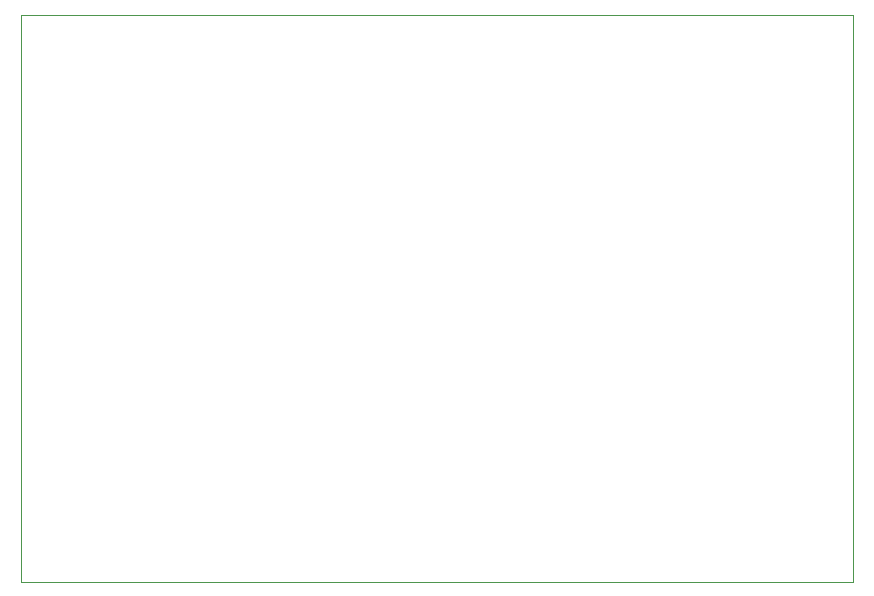
<source format=gbr>
%TF.GenerationSoftware,KiCad,Pcbnew,8.0.4*%
%TF.CreationDate,2024-08-14T23:05:24-07:00*%
%TF.ProjectId,SleepyWoof,536c6565-7079-4576-9f6f-662e6b696361,rev?*%
%TF.SameCoordinates,Original*%
%TF.FileFunction,Profile,NP*%
%FSLAX46Y46*%
G04 Gerber Fmt 4.6, Leading zero omitted, Abs format (unit mm)*
G04 Created by KiCad (PCBNEW 8.0.4) date 2024-08-14 23:05:24*
%MOMM*%
%LPD*%
G01*
G04 APERTURE LIST*
%TA.AperFunction,Profile*%
%ADD10C,0.050000*%
%TD*%
G04 APERTURE END LIST*
D10*
X145416000Y-77760000D02*
X215890000Y-77760000D01*
X215890000Y-125760000D01*
X145416000Y-125760000D01*
X145416000Y-77760000D01*
M02*

</source>
